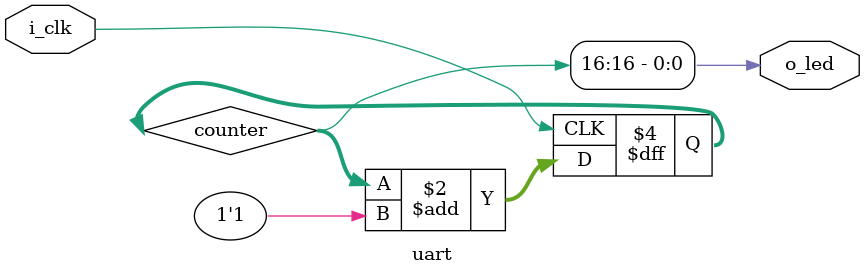
<source format=v>
`default_nettype none

module uart(i_clk, o_led);
    input wire  i_clk;
    output wire o_led;

    reg [16:0] counter;
    initial counter = 0;
    always @(posedge i_clk) 
        counter <= counter + 1'b1;

    assign o_led = counter[16];
endmodule


</source>
